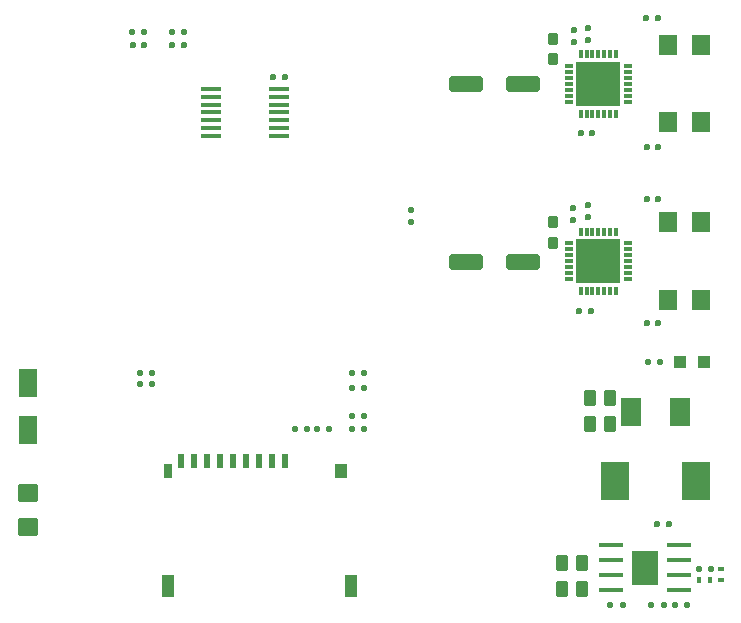
<source format=gbr>
G04 DipTrace Beta 4.1.9.0*
G04 TopPaste.gbr*
%MOIN*%
G04 #@! TF.FileFunction,Paste,Top*
G04 #@! TF.Part,Single*
%AMOUTLINE2*
4,1,28,
0.047312,-0.025195,
-0.047312,-0.025195,
-0.049474,-0.024911,
-0.051369,-0.024126,
-0.052996,-0.022878,
-0.054244,-0.021251,
-0.055029,-0.019356,
-0.055313,-0.017194,
-0.055313,0.017194,
-0.055029,0.019356,
-0.054244,0.021251,
-0.052996,0.022878,
-0.051369,0.024126,
-0.049474,0.024911,
-0.047312,0.025195,
0.047312,0.025195,
0.049474,0.024911,
0.051369,0.024126,
0.052996,0.022878,
0.054244,0.021251,
0.055029,0.019356,
0.055313,0.017194,
0.055313,-0.017194,
0.055029,-0.019356,
0.054244,-0.021251,
0.052996,-0.022878,
0.051369,-0.024126,
0.049474,-0.024911,
0.047312,-0.025195,
0*%
%AMOUTLINE5*
4,1,28,
-0.047312,0.025195,
0.047312,0.025195,
0.049474,0.024911,
0.051369,0.024126,
0.052996,0.022878,
0.054244,0.021251,
0.055029,0.019356,
0.055313,0.017194,
0.055313,-0.017194,
0.055029,-0.019356,
0.054244,-0.021251,
0.052996,-0.022878,
0.051369,-0.024126,
0.049474,-0.024911,
0.047312,-0.025195,
-0.047312,-0.025195,
-0.049474,-0.024911,
-0.051369,-0.024126,
-0.052996,-0.022878,
-0.054244,-0.021251,
-0.055029,-0.019356,
-0.055313,-0.017194,
-0.055313,0.017194,
-0.055029,0.019356,
-0.054244,0.021251,
-0.052996,0.022878,
-0.051369,0.024126,
-0.049474,0.024911,
-0.047312,0.025195,
0*%
%AMOUTLINE8*
4,1,28,
0.005186,-0.010038,
-0.005186,-0.010038,
-0.006227,-0.009901,
-0.007077,-0.009549,
-0.007807,-0.008988,
-0.008368,-0.008258,
-0.00872,-0.007408,
-0.008857,-0.006367,
-0.008857,0.006367,
-0.00872,0.007408,
-0.008368,0.008258,
-0.007807,0.008988,
-0.007077,0.009549,
-0.006227,0.009901,
-0.005186,0.010038,
0.005186,0.010038,
0.006227,0.009901,
0.007077,0.009549,
0.007807,0.008988,
0.008368,0.008258,
0.00872,0.007408,
0.008857,0.006367,
0.008857,-0.006367,
0.00872,-0.007408,
0.008368,-0.008258,
0.007807,-0.008988,
0.007077,-0.009549,
0.006227,-0.009901,
0.005186,-0.010038,
0*%
%AMOUTLINE11*
4,1,28,
-0.005186,0.010038,
0.005186,0.010038,
0.006227,0.009901,
0.007077,0.009549,
0.007807,0.008988,
0.008368,0.008258,
0.00872,0.007408,
0.008857,0.006367,
0.008857,-0.006367,
0.00872,-0.007408,
0.008368,-0.008258,
0.007807,-0.008988,
0.007077,-0.009549,
0.006227,-0.009901,
0.005186,-0.010038,
-0.005186,-0.010038,
-0.006227,-0.009901,
-0.007077,-0.009549,
-0.007807,-0.008988,
-0.008368,-0.008258,
-0.00872,-0.007408,
-0.008857,-0.006367,
-0.008857,0.006367,
-0.00872,0.007408,
-0.008368,0.008258,
-0.007807,0.008988,
-0.007077,0.009549,
-0.006227,0.009901,
-0.005186,0.010038,
0*%
%AMOUTLINE14*
4,1,28,
-0.010038,-0.005186,
-0.010038,0.005186,
-0.009901,0.006227,
-0.009549,0.007077,
-0.008988,0.007807,
-0.008258,0.008368,
-0.007408,0.00872,
-0.006367,0.008857,
0.006367,0.008857,
0.007408,0.00872,
0.008258,0.008368,
0.008988,0.007807,
0.009549,0.007077,
0.009901,0.006227,
0.010038,0.005186,
0.010038,-0.005186,
0.009901,-0.006227,
0.009549,-0.007077,
0.008988,-0.007807,
0.008258,-0.008368,
0.007408,-0.00872,
0.006367,-0.008857,
-0.006367,-0.008857,
-0.007408,-0.00872,
-0.008258,-0.008368,
-0.008988,-0.007807,
-0.009549,-0.007077,
-0.009901,-0.006227,
-0.010038,-0.005186,
0*%
%AMOUTLINE17*
4,1,28,
0.010038,0.005186,
0.010038,-0.005186,
0.009901,-0.006227,
0.009549,-0.007077,
0.008988,-0.007807,
0.008258,-0.008368,
0.007408,-0.00872,
0.006367,-0.008857,
-0.006367,-0.008857,
-0.007408,-0.00872,
-0.008258,-0.008368,
-0.008988,-0.007807,
-0.009549,-0.007077,
-0.009901,-0.006227,
-0.010038,-0.005186,
-0.010038,0.005186,
-0.009901,0.006227,
-0.009549,0.007077,
-0.008988,0.007807,
-0.008258,0.008368,
-0.007408,0.00872,
-0.006367,0.008857,
0.006367,0.008857,
0.007408,0.00872,
0.008258,0.008368,
0.008988,0.007807,
0.009549,0.007077,
0.009901,0.006227,
0.010038,0.005186,
0*%
%AMOUTLINE20*
4,1,28,
-0.009713,0.019684,
0.009713,0.019684,
0.011876,0.019399,
0.01377,0.018614,
0.015397,0.017366,
0.016646,0.015739,
0.01743,0.013844,
0.017715,0.011682,
0.017715,-0.011682,
0.01743,-0.013844,
0.016646,-0.015739,
0.015397,-0.017366,
0.01377,-0.018614,
0.011876,-0.019399,
0.009713,-0.019684,
-0.009713,-0.019684,
-0.011876,-0.019399,
-0.01377,-0.018614,
-0.015397,-0.017366,
-0.016646,-0.015739,
-0.01743,-0.013844,
-0.017715,-0.011682,
-0.017715,0.011682,
-0.01743,0.013844,
-0.016646,0.015739,
-0.015397,0.017366,
-0.01377,0.018614,
-0.011876,0.019399,
-0.009713,0.019684,
0*%
%AMOUTLINE23*
4,1,28,
0.025855,-0.029526,
-0.025855,-0.029526,
-0.027916,-0.029255,
-0.029715,-0.028509,
-0.031261,-0.027324,
-0.032446,-0.025778,
-0.033192,-0.023979,
-0.033463,-0.021918,
-0.033463,0.021918,
-0.033192,0.023979,
-0.032446,0.025778,
-0.031261,0.027324,
-0.029715,0.028509,
-0.027916,0.029255,
-0.025855,0.029526,
0.025855,0.029526,
0.027916,0.029255,
0.029715,0.028509,
0.031261,0.027324,
0.032446,0.025778,
0.033192,0.023979,
0.033463,0.021918,
0.033463,-0.021918,
0.033192,-0.023979,
0.032446,-0.025778,
0.031261,-0.027324,
0.029715,-0.028509,
0.027916,-0.029255,
0.025855,-0.029526,
0*%
%AMOUTLINE26*
4,1,28,
-0.011879,0.026967,
0.011879,0.026967,
0.014041,0.026682,
0.015936,0.025898,
0.017563,0.024649,
0.018811,0.023022,
0.019596,0.021128,
0.01988,0.018965,
0.01988,-0.018965,
0.019596,-0.021128,
0.018811,-0.023022,
0.017563,-0.024649,
0.015936,-0.025898,
0.014041,-0.026682,
0.011879,-0.026967,
-0.011879,-0.026967,
-0.014041,-0.026682,
-0.015936,-0.025898,
-0.017563,-0.024649,
-0.018811,-0.023022,
-0.019596,-0.021128,
-0.01988,-0.018965,
-0.01988,0.018965,
-0.019596,0.021128,
-0.018811,0.023022,
-0.017563,0.024649,
-0.015936,0.025898,
-0.014041,0.026682,
-0.011879,0.026967,
0*%
%AMOUTLINE29*
4,1,28,
0.011879,-0.026967,
-0.011879,-0.026967,
-0.014041,-0.026682,
-0.015936,-0.025898,
-0.017563,-0.024649,
-0.018811,-0.023022,
-0.019596,-0.021128,
-0.01988,-0.018965,
-0.01988,0.018965,
-0.019596,0.021128,
-0.018811,0.023022,
-0.017563,0.024649,
-0.015936,0.025898,
-0.014041,0.026682,
-0.011879,0.026967,
0.011879,0.026967,
0.014041,0.026682,
0.015936,0.025898,
0.017563,0.024649,
0.018811,0.023022,
0.019596,0.021128,
0.01988,0.018965,
0.01988,-0.018965,
0.019596,-0.021128,
0.018811,-0.023022,
0.017563,-0.024649,
0.015936,-0.025898,
0.014041,-0.026682,
0.011879,-0.026967,
0*%
%AMOUTLINE32*
4,1,28,
0.004792,-0.009644,
-0.004792,-0.009644,
-0.00563,-0.009534,
-0.00629,-0.00926,
-0.006857,-0.008825,
-0.007292,-0.008258,
-0.007565,-0.007598,
-0.007676,-0.006761,
-0.007676,0.006761,
-0.007565,0.007598,
-0.007292,0.008258,
-0.006857,0.008825,
-0.00629,0.00926,
-0.00563,0.009534,
-0.004792,0.009644,
0.004792,0.009644,
0.00563,0.009534,
0.00629,0.00926,
0.006857,0.008825,
0.007292,0.008258,
0.007565,0.007598,
0.007676,0.006761,
0.007676,-0.006761,
0.007565,-0.007598,
0.007292,-0.008258,
0.006857,-0.008825,
0.00629,-0.00926,
0.00563,-0.009534,
0.004792,-0.009644,
0*%
%AMOUTLINE35*
4,1,28,
-0.004792,0.009644,
0.004792,0.009644,
0.00563,0.009534,
0.00629,0.00926,
0.006857,0.008825,
0.007292,0.008258,
0.007565,0.007598,
0.007676,0.006761,
0.007676,-0.006761,
0.007565,-0.007598,
0.007292,-0.008258,
0.006857,-0.008825,
0.00629,-0.00926,
0.00563,-0.009534,
0.004792,-0.009644,
-0.004792,-0.009644,
-0.00563,-0.009534,
-0.00629,-0.00926,
-0.006857,-0.008825,
-0.007292,-0.008258,
-0.007565,-0.007598,
-0.007676,-0.006761,
-0.007676,0.006761,
-0.007565,0.007598,
-0.007292,0.008258,
-0.006857,0.008825,
-0.00629,0.00926,
-0.00563,0.009534,
-0.004792,0.009644,
0*%
%AMOUTLINE38*
4,1,28,
-0.009644,-0.004792,
-0.009644,0.004792,
-0.009534,0.00563,
-0.00926,0.00629,
-0.008825,0.006857,
-0.008258,0.007292,
-0.007598,0.007565,
-0.006761,0.007676,
0.006761,0.007676,
0.007598,0.007565,
0.008258,0.007292,
0.008825,0.006857,
0.00926,0.00629,
0.009534,0.00563,
0.009644,0.004792,
0.009644,-0.004792,
0.009534,-0.00563,
0.00926,-0.00629,
0.008825,-0.006857,
0.008258,-0.007292,
0.007598,-0.007565,
0.006761,-0.007676,
-0.006761,-0.007676,
-0.007598,-0.007565,
-0.008258,-0.007292,
-0.008825,-0.006857,
-0.00926,-0.00629,
-0.009534,-0.00563,
-0.009644,-0.004792,
0*%
%AMOUTLINE41*
4,1,28,
0.009644,0.004792,
0.009644,-0.004792,
0.009534,-0.00563,
0.00926,-0.00629,
0.008825,-0.006857,
0.008258,-0.007292,
0.007598,-0.007565,
0.006761,-0.007676,
-0.006761,-0.007676,
-0.007598,-0.007565,
-0.008258,-0.007292,
-0.008825,-0.006857,
-0.00926,-0.00629,
-0.009534,-0.00563,
-0.009644,-0.004792,
-0.009644,0.004792,
-0.009534,0.00563,
-0.00926,0.00629,
-0.008825,0.006857,
-0.008258,0.007292,
-0.007598,0.007565,
-0.006761,0.007676,
0.006761,0.007676,
0.007598,0.007565,
0.008258,0.007292,
0.008825,0.006857,
0.00926,0.00629,
0.009534,0.00563,
0.009644,0.004792,
0*%
%AMOUTLINE44*
4,1,28,
0.010235,0.005186,
0.010235,-0.005186,
0.010111,-0.006125,
0.009798,-0.006881,
0.009301,-0.007529,
0.008652,-0.008027,
0.007897,-0.008339,
0.006957,-0.008463,
-0.006957,-0.008463,
-0.007897,-0.008339,
-0.008652,-0.008027,
-0.009301,-0.007529,
-0.009798,-0.006881,
-0.010111,-0.006125,
-0.010235,-0.005186,
-0.010235,0.005186,
-0.010111,0.006125,
-0.009798,0.006881,
-0.009301,0.007529,
-0.008652,0.008027,
-0.007897,0.008339,
-0.006957,0.008463,
0.006957,0.008463,
0.007897,0.008339,
0.008652,0.008027,
0.009301,0.007529,
0.009798,0.006881,
0.010111,0.006125,
0.010235,0.005186,
0*%
%AMOUTLINE47*
4,1,28,
-0.010235,-0.005186,
-0.010235,0.005186,
-0.010111,0.006125,
-0.009798,0.006881,
-0.009301,0.007529,
-0.008652,0.008027,
-0.007897,0.008339,
-0.006957,0.008463,
0.006957,0.008463,
0.007897,0.008339,
0.008652,0.008027,
0.009301,0.007529,
0.009798,0.006881,
0.010111,0.006125,
0.010235,0.005186,
0.010235,-0.005186,
0.010111,-0.006125,
0.009798,-0.006881,
0.009301,-0.007529,
0.008652,-0.008027,
0.007897,-0.008339,
0.006957,-0.008463,
-0.006957,-0.008463,
-0.007897,-0.008339,
-0.008652,-0.008027,
-0.009301,-0.007529,
-0.009798,-0.006881,
-0.010111,-0.006125,
-0.010235,-0.005186,
0*%
%AMOUTLINE50*
4,1,28,
0.005186,-0.010235,
-0.005186,-0.010235,
-0.006125,-0.010111,
-0.006881,-0.009798,
-0.007529,-0.009301,
-0.008027,-0.008652,
-0.008339,-0.007897,
-0.008463,-0.006957,
-0.008463,0.006957,
-0.008339,0.007897,
-0.008027,0.008652,
-0.007529,0.009301,
-0.006881,0.009798,
-0.006125,0.010111,
-0.005186,0.010235,
0.005186,0.010235,
0.006125,0.010111,
0.006881,0.009798,
0.007529,0.009301,
0.008027,0.008652,
0.008339,0.007897,
0.008463,0.006957,
0.008463,-0.006957,
0.008339,-0.007897,
0.008027,-0.008652,
0.007529,-0.009301,
0.006881,-0.009798,
0.006125,-0.010111,
0.005186,-0.010235,
0*%
%AMOUTLINE53*
4,1,28,
-0.005186,0.010235,
0.005186,0.010235,
0.006125,0.010111,
0.006881,0.009798,
0.007529,0.009301,
0.008027,0.008652,
0.008339,0.007897,
0.008463,0.006957,
0.008463,-0.006957,
0.008339,-0.007897,
0.008027,-0.008652,
0.007529,-0.009301,
0.006881,-0.009798,
0.006125,-0.010111,
0.005186,-0.010235,
-0.005186,-0.010235,
-0.006125,-0.010111,
-0.006881,-0.009798,
-0.007529,-0.009301,
-0.008027,-0.008652,
-0.008339,-0.007897,
-0.008463,-0.006957,
-0.008463,0.006957,
-0.008339,0.007897,
-0.008027,0.008652,
-0.007529,0.009301,
-0.006881,0.009798,
-0.006125,0.010111,
-0.005186,0.010235,
0*%
%ADD48R,0.011811X0.027559*%
%ADD49R,0.027559X0.011811*%
%ADD50R,0.145669X0.145669*%
%ADD67R,0.066926X0.011808*%
%ADD69R,0.090548X0.118107*%
%ADD71R,0.080706X0.013777*%
%ADD83R,0.027556X0.051178*%
%ADD85R,0.043304X0.051178*%
%ADD87R,0.043304X0.0748*%
%ADD89R,0.023619X0.047241*%
%ADD91R,0.059052X0.066926*%
%ADD95R,0.043304X0.043304*%
%ADD97R,0.070863X0.094485*%
%ADD107R,0.094485X0.125981*%
%ADD109R,0.062989X0.094485*%
%ADD115OUTLINE2*%
%ADD118OUTLINE5*%
%ADD121OUTLINE8*%
%ADD124OUTLINE11*%
%ADD127OUTLINE14*%
%ADD130OUTLINE17*%
%ADD133OUTLINE20*%
%ADD136OUTLINE23*%
%ADD139OUTLINE26*%
%ADD142OUTLINE29*%
%ADD145OUTLINE32*%
%ADD148OUTLINE35*%
%ADD151OUTLINE38*%
%ADD154OUTLINE41*%
%ADD157OUTLINE44*%
%ADD160OUTLINE47*%
%ADD163OUTLINE50*%
%ADD166OUTLINE53*%
%FSLAX26Y26*%
G04*
G70*
G90*
G75*
G01*
G04 TopPaste*
%LPD*%
D115*
X2168854Y1613399D3*
D118*
X1979877D3*
D121*
X2621161Y1412171D3*
D124*
X2582578D3*
D121*
X2621161Y1825557D3*
D124*
X2582578D3*
D127*
X2337791Y1755108D3*
D130*
Y1793691D3*
X2386700Y1803319D3*
D127*
Y1764737D3*
D124*
X999802Y2337451D3*
D121*
X1038385D3*
X906741D3*
D124*
X868158D3*
D133*
X2268200Y1745915D3*
Y1678986D3*
D121*
X2396103Y1449949D3*
D124*
X2357520D3*
D136*
X518700Y732333D3*
Y842569D3*
D115*
X2168854Y2207447D3*
D118*
X1979877D3*
D121*
X2621161Y1998785D3*
D124*
X2582578D3*
D121*
X2619293Y2427091D3*
D124*
X2580710D3*
D127*
X2339400Y2347158D3*
D130*
X2339399Y2385741D3*
D124*
X2616170Y739831D3*
D121*
X2654752D3*
D130*
X2386190Y2392697D3*
D127*
Y2354115D3*
D139*
X2299574Y522810D3*
D142*
X2366503D3*
D139*
X2299574Y610365D3*
D142*
X2366503D3*
D139*
X2394088Y1160864D3*
D142*
X2461018D3*
D139*
X2394088Y1074250D3*
D142*
X2461018D3*
D133*
X2268700Y2357646D3*
Y2290717D3*
D121*
X2400491Y2043700D3*
D124*
X2361909D3*
D145*
X2794308Y553077D3*
D148*
X2757300D3*
D151*
X2828692Y553762D3*
D154*
Y590770D3*
D124*
X1337794Y2231200D3*
D121*
X1376377D3*
D109*
X518700Y1052451D3*
Y1209931D3*
D107*
X2747339Y882970D3*
X2475686D3*
D97*
X2692221Y1112498D3*
X2530804D3*
D95*
X2691602Y1281200D3*
X2774279D3*
D157*
X1797700Y1788725D3*
D160*
Y1748174D3*
D163*
X1038976Y2381200D3*
D166*
X998424D3*
X867174D3*
D163*
X907725D3*
D91*
X2763287Y1746817D3*
X2653050D3*
X2763287Y1486974D3*
X2653050D3*
D166*
X2585924Y1281200D3*
D163*
X2626476D3*
X2638556Y470397D3*
D166*
X2598004D3*
D163*
X2501476D3*
D166*
X2460924D3*
D163*
X2796186Y590915D3*
D166*
X2755634D3*
D163*
X2716519Y470489D3*
D166*
X2675968D3*
D91*
X2763287Y2335840D3*
X2653050D3*
X2763287Y2080041D3*
X2653050D3*
D163*
X932726Y1243700D3*
D166*
X892175D3*
X1598424D3*
D163*
X1638976D3*
D166*
X1598424Y1099949D3*
D163*
X1638976D3*
D166*
X892175Y1206200D3*
D163*
X932726D3*
X1638976Y1193700D3*
D166*
X1598424D3*
D163*
X1638976Y1056200D3*
D166*
X1598424D3*
X1483424Y1058700D3*
D163*
X1523976D3*
D166*
X1408424D3*
D163*
X1448976D3*
D89*
X1374964Y950585D3*
X1331657Y950584D3*
X1288350Y950583D3*
X1245043D3*
X1201736Y950582D3*
X1158429Y950581D3*
X1115122Y950580D3*
X1071815Y950579D3*
X1028508D3*
D87*
X1596232Y535235D3*
D85*
X1563154Y917124D3*
D83*
X985201Y917113D3*
D87*
X985208Y535224D3*
D48*
X2479821Y1715315D3*
X2460136D3*
X2440451D3*
X2420766D3*
X2401081D3*
X2381396D3*
X2361711D3*
D49*
X2322340Y1675949D3*
Y1656264D3*
Y1636579D3*
Y1616894D3*
Y1597209D3*
Y1577523D3*
Y1557838D3*
D48*
X2361711Y1518467D3*
X2381396D3*
X2401081D3*
X2420766D3*
X2440451D3*
X2460136D3*
X2479821D3*
D49*
X2519188Y1557838D3*
Y1577523D3*
Y1597209D3*
Y1616894D3*
Y1636579D3*
Y1656264D3*
Y1675949D3*
D50*
X2420766Y1616894D3*
D48*
X2479821Y2305866D3*
X2460136D3*
X2440451D3*
X2420766D3*
X2401081D3*
X2381396D3*
X2361711D3*
D49*
X2322340Y2266500D3*
Y2246815D3*
Y2227130D3*
Y2207445D3*
Y2187760D3*
Y2168075D3*
Y2148390D3*
D48*
X2361711Y2109018D3*
X2381396D3*
X2401081D3*
X2420766D3*
X2440451D3*
X2460136D3*
X2479821D3*
D49*
X2519188Y2148390D3*
Y2168075D3*
Y2187760D3*
Y2207445D3*
Y2227130D3*
Y2246815D3*
Y2266500D3*
D50*
X2420766Y2207445D3*
D71*
X2464172Y669389D3*
Y619389D3*
Y569389D3*
Y519389D3*
X2690550D3*
Y569389D3*
Y619389D3*
Y669389D3*
D69*
X2577361Y594389D3*
D67*
X1129527Y2189222D3*
Y2163632D3*
Y2138041D3*
Y2112451D3*
Y2086860D3*
Y2061270D3*
X1129535Y2035679D3*
X1357873D3*
Y2061270D3*
Y2086860D3*
Y2112451D3*
Y2138041D3*
Y2163632D3*
Y2189222D3*
M02*

</source>
